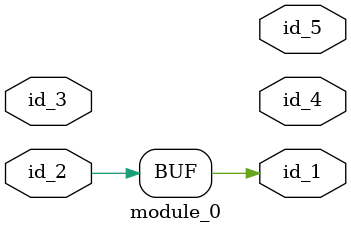
<source format=v>
module module_0 (
    id_1,
    id_2,
    id_3,
    id_4,
    id_5
);
  output id_5;
  output id_4;
  inout id_3;
  inout id_2;
  output id_1;
  assign id_1 = id_2;
  assign id_3 = 0 ? !id_3 : id_3;
endmodule

</source>
